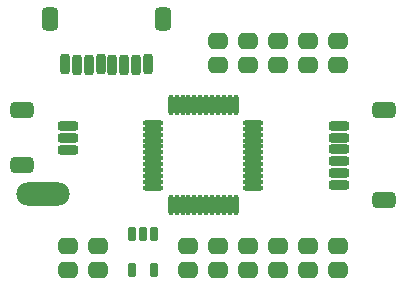
<source format=gts>
G04*
G04 #@! TF.GenerationSoftware,Altium Limited,Altium Designer,23.4.1 (23)*
G04*
G04 Layer_Color=8388736*
%FSLAX25Y25*%
%MOIN*%
G70*
G04*
G04 #@! TF.SameCoordinates,47F6D48D-2594-4982-AAFB-0A648C4F03F0*
G04*
G04*
G04 #@! TF.FilePolarity,Negative*
G04*
G01*
G75*
G04:AMPARAMS|DCode=26|XSize=69.02mil|YSize=31.62mil|CornerRadius=9.91mil|HoleSize=0mil|Usage=FLASHONLY|Rotation=0.000|XOffset=0mil|YOffset=0mil|HoleType=Round|Shape=RoundedRectangle|*
%AMROUNDEDRECTD26*
21,1,0.06902,0.01181,0,0,0.0*
21,1,0.04921,0.03162,0,0,0.0*
1,1,0.01981,0.02461,-0.00591*
1,1,0.01981,-0.02461,-0.00591*
1,1,0.01981,-0.02461,0.00591*
1,1,0.01981,0.02461,0.00591*
%
%ADD26ROUNDEDRECTD26*%
G04:AMPARAMS|DCode=27|XSize=31.62mil|YSize=69.02mil|CornerRadius=9.91mil|HoleSize=0mil|Usage=FLASHONLY|Rotation=270.000|XOffset=0mil|YOffset=0mil|HoleType=Round|Shape=RoundedRectangle|*
%AMROUNDEDRECTD27*
21,1,0.03162,0.04921,0,0,270.0*
21,1,0.01181,0.06902,0,0,270.0*
1,1,0.01981,-0.02461,-0.00591*
1,1,0.01981,-0.02461,0.00591*
1,1,0.01981,0.02461,0.00591*
1,1,0.01981,0.02461,-0.00591*
%
%ADD27ROUNDEDRECTD27*%
G04:AMPARAMS|DCode=28|XSize=78.87mil|YSize=55.24mil|CornerRadius=15.81mil|HoleSize=0mil|Usage=FLASHONLY|Rotation=180.000|XOffset=0mil|YOffset=0mil|HoleType=Round|Shape=RoundedRectangle|*
%AMROUNDEDRECTD28*
21,1,0.07887,0.02362,0,0,180.0*
21,1,0.04724,0.05524,0,0,180.0*
1,1,0.03162,-0.02362,0.01181*
1,1,0.03162,0.02362,0.01181*
1,1,0.03162,0.02362,-0.01181*
1,1,0.03162,-0.02362,-0.01181*
%
%ADD28ROUNDEDRECTD28*%
G04:AMPARAMS|DCode=29|XSize=53.67mil|YSize=65.09mil|CornerRadius=15.42mil|HoleSize=0mil|Usage=FLASHONLY|Rotation=90.000|XOffset=0mil|YOffset=0mil|HoleType=Round|Shape=RoundedRectangle|*
%AMROUNDEDRECTD29*
21,1,0.05367,0.03425,0,0,90.0*
21,1,0.02284,0.06509,0,0,90.0*
1,1,0.03084,0.01713,0.01142*
1,1,0.03084,0.01713,-0.01142*
1,1,0.03084,-0.01713,-0.01142*
1,1,0.03084,-0.01713,0.01142*
%
%ADD29ROUNDEDRECTD29*%
G04:AMPARAMS|DCode=30|XSize=29.65mil|YSize=47.37mil|CornerRadius=9.41mil|HoleSize=0mil|Usage=FLASHONLY|Rotation=180.000|XOffset=0mil|YOffset=0mil|HoleType=Round|Shape=RoundedRectangle|*
%AMROUNDEDRECTD30*
21,1,0.02965,0.02854,0,0,180.0*
21,1,0.01083,0.04737,0,0,180.0*
1,1,0.01883,-0.00541,0.01427*
1,1,0.01883,0.00541,0.01427*
1,1,0.01883,0.00541,-0.01427*
1,1,0.01883,-0.00541,-0.01427*
%
%ADD30ROUNDEDRECTD30*%
G04:AMPARAMS|DCode=31|XSize=29.65mil|YSize=47.37mil|CornerRadius=9.41mil|HoleSize=0mil|Usage=FLASHONLY|Rotation=180.000|XOffset=0mil|YOffset=0mil|HoleType=Round|Shape=RoundedRectangle|*
%AMROUNDEDRECTD31*
21,1,0.02965,0.02854,0,0,180.0*
21,1,0.01083,0.04737,0,0,180.0*
1,1,0.01883,-0.00541,0.01427*
1,1,0.01883,0.00541,0.01427*
1,1,0.01883,0.00541,-0.01427*
1,1,0.01883,-0.00541,-0.01427*
%
%ADD31ROUNDEDRECTD31*%
G04:AMPARAMS|DCode=32|XSize=55.24mil|YSize=78.87mil|CornerRadius=15.81mil|HoleSize=0mil|Usage=FLASHONLY|Rotation=90.000|XOffset=0mil|YOffset=0mil|HoleType=Round|Shape=RoundedRectangle|*
%AMROUNDEDRECTD32*
21,1,0.05524,0.04724,0,0,90.0*
21,1,0.02362,0.07887,0,0,90.0*
1,1,0.03162,0.02362,0.01181*
1,1,0.03162,0.02362,-0.01181*
1,1,0.03162,-0.02362,-0.01181*
1,1,0.03162,-0.02362,0.01181*
%
%ADD32ROUNDEDRECTD32*%
G04:AMPARAMS|DCode=33|XSize=55.24mil|YSize=78.87mil|CornerRadius=15.81mil|HoleSize=0mil|Usage=FLASHONLY|Rotation=0.000|XOffset=0mil|YOffset=0mil|HoleType=Round|Shape=RoundedRectangle|*
%AMROUNDEDRECTD33*
21,1,0.05524,0.04724,0,0,0.0*
21,1,0.02362,0.07887,0,0,0.0*
1,1,0.03162,0.01181,-0.02362*
1,1,0.03162,-0.01181,-0.02362*
1,1,0.03162,-0.01181,0.02362*
1,1,0.03162,0.01181,0.02362*
%
%ADD33ROUNDEDRECTD33*%
G04:AMPARAMS|DCode=34|XSize=69.02mil|YSize=31.62mil|CornerRadius=9.91mil|HoleSize=0mil|Usage=FLASHONLY|Rotation=270.000|XOffset=0mil|YOffset=0mil|HoleType=Round|Shape=RoundedRectangle|*
%AMROUNDEDRECTD34*
21,1,0.06902,0.01181,0,0,270.0*
21,1,0.04921,0.03162,0,0,270.0*
1,1,0.01981,-0.00591,-0.02461*
1,1,0.01981,-0.00591,0.02461*
1,1,0.01981,0.00591,0.02461*
1,1,0.01981,0.00591,-0.02461*
%
%ADD34ROUNDEDRECTD34*%
G04:AMPARAMS|DCode=35|XSize=31.62mil|YSize=69.02mil|CornerRadius=9.91mil|HoleSize=0mil|Usage=FLASHONLY|Rotation=180.000|XOffset=0mil|YOffset=0mil|HoleType=Round|Shape=RoundedRectangle|*
%AMROUNDEDRECTD35*
21,1,0.03162,0.04921,0,0,180.0*
21,1,0.01181,0.06902,0,0,180.0*
1,1,0.01981,-0.00591,0.02461*
1,1,0.01981,0.00591,0.02461*
1,1,0.01981,0.00591,-0.02461*
1,1,0.01981,-0.00591,-0.02461*
%
%ADD35ROUNDEDRECTD35*%
%ADD36O,0.01863X0.06706*%
%ADD37O,0.06706X0.01863*%
%ADD38O,0.17800X0.07800*%
D26*
X265392Y213581D02*
D03*
Y209644D02*
D03*
Y205707D02*
D03*
Y201770D02*
D03*
X175140Y205643D02*
D03*
D27*
X265393Y197834D02*
D03*
Y193895D02*
D03*
X175140Y213518D02*
D03*
Y209581D02*
D03*
D28*
X280649Y218699D02*
D03*
X280651Y188776D02*
D03*
D29*
X265222Y165578D02*
D03*
Y173579D02*
D03*
X245222Y165578D02*
D03*
Y173579D02*
D03*
X255222D02*
D03*
Y165578D02*
D03*
X235222D02*
D03*
Y173579D02*
D03*
X225222D02*
D03*
Y165578D02*
D03*
X215222D02*
D03*
Y173579D02*
D03*
X185222D02*
D03*
Y165578D02*
D03*
X175222Y173579D02*
D03*
Y165578D02*
D03*
X225177Y233866D02*
D03*
Y241866D02*
D03*
X235177Y233866D02*
D03*
Y241866D02*
D03*
X245177Y233866D02*
D03*
Y241866D02*
D03*
X255177Y233866D02*
D03*
Y241866D02*
D03*
X265177D02*
D03*
Y233866D02*
D03*
D30*
X203977Y177390D02*
D03*
X196496D02*
D03*
Y165578D02*
D03*
X203977D02*
D03*
D31*
X200237Y177390D02*
D03*
D32*
X159851Y200527D02*
D03*
X159884Y218700D02*
D03*
D33*
X169063Y249274D02*
D03*
X206909Y249270D02*
D03*
D34*
X174212Y234014D02*
D03*
X186022Y234015D02*
D03*
X201770D02*
D03*
D35*
X178157Y234008D02*
D03*
X182094D02*
D03*
X189968D02*
D03*
X193905D02*
D03*
X197842D02*
D03*
D36*
X231077Y220485D02*
D03*
X229108D02*
D03*
X227140D02*
D03*
X225171D02*
D03*
X223203D02*
D03*
X221234D02*
D03*
X219266D02*
D03*
X217297D02*
D03*
X215329D02*
D03*
X213360D02*
D03*
X211392D02*
D03*
X209423D02*
D03*
Y187021D02*
D03*
X211392D02*
D03*
X213360D02*
D03*
X215329D02*
D03*
X217297D02*
D03*
X219266D02*
D03*
X221234D02*
D03*
X223203D02*
D03*
X225171D02*
D03*
X227140D02*
D03*
X229108D02*
D03*
X231077D02*
D03*
D37*
X203518Y214580D02*
D03*
X203518Y212611D02*
D03*
X203518Y210643D02*
D03*
X203518Y208674D02*
D03*
X203518Y206706D02*
D03*
X203518Y204737D02*
D03*
X203518Y202769D02*
D03*
X203518Y200800D02*
D03*
X203518Y198832D02*
D03*
X203518Y196863D02*
D03*
X203518Y194895D02*
D03*
X203518Y192926D02*
D03*
X236982Y192926D02*
D03*
X236982Y194895D02*
D03*
X236982Y196863D02*
D03*
X236982Y198832D02*
D03*
X236982Y200800D02*
D03*
X236982Y202769D02*
D03*
X236982Y204737D02*
D03*
X236982Y206706D02*
D03*
X236982Y208674D02*
D03*
X236982Y210643D02*
D03*
X236982Y212611D02*
D03*
X236982Y214580D02*
D03*
D38*
X167000Y191000D02*
D03*
M02*

</source>
